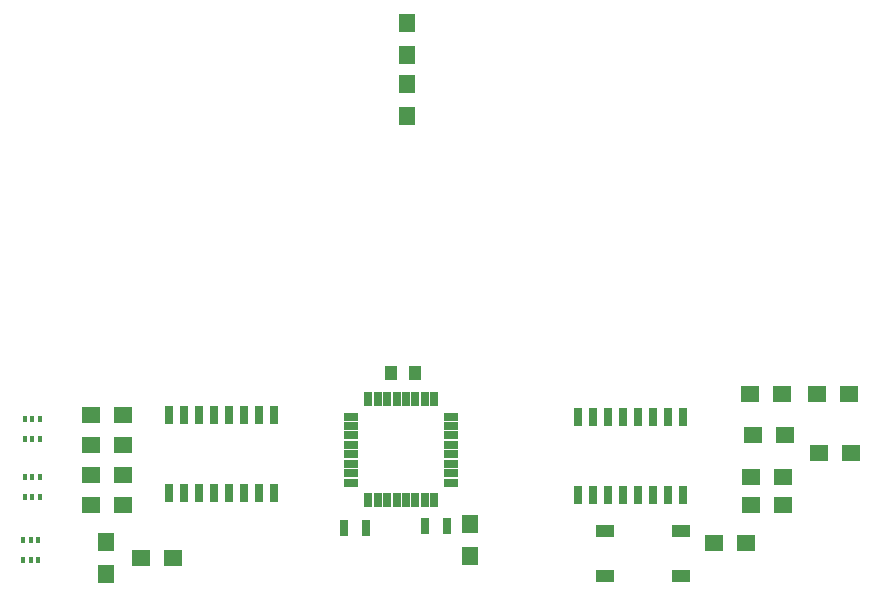
<source format=gtp>
G04 #@! TF.FileFunction,Paste,Top*
%FSLAX46Y46*%
G04 Gerber Fmt 4.6, Leading zero omitted, Abs format (unit mm)*
G04 Created by KiCad (PCBNEW 4.0.0-2.201512072331+6194~38~ubuntu14.04.1-stable) date Sun 31 Jul 2016 10:30:43 AM CEST*
%MOMM*%
G01*
G04 APERTURE LIST*
%ADD10C,0.100000*%
%ADD11R,0.350800X0.575800*%
%ADD12R,1.350800X1.550800*%
%ADD13R,1.550800X1.350800*%
%ADD14R,0.650800X1.650800*%
%ADD15R,0.650800X1.550800*%
%ADD16R,0.650800X1.250800*%
%ADD17R,1.250800X0.650800*%
%ADD18R,0.750800X1.350800*%
%ADD19R,1.050800X1.300800*%
%ADD20R,1.650800X1.050800*%
G04 APERTURE END LIST*
D10*
D11*
X127000000Y-84125500D03*
X127000000Y-85800500D03*
X127650000Y-85800500D03*
X126350000Y-85800500D03*
X126350000Y-84125500D03*
X127650000Y-84125500D03*
X127000000Y-89078500D03*
X127000000Y-90753500D03*
X127650000Y-90753500D03*
X126350000Y-90753500D03*
X126350000Y-89078500D03*
X127650000Y-89078500D03*
X126873000Y-94412500D03*
X126873000Y-96087500D03*
X127523000Y-96087500D03*
X126223000Y-96087500D03*
X126223000Y-94412500D03*
X127523000Y-94412500D03*
D12*
X164084000Y-95711000D03*
X164084000Y-93011000D03*
X158750000Y-58500000D03*
X158750000Y-55800000D03*
X158750000Y-53293000D03*
X158750000Y-50593000D03*
D13*
X132000000Y-83820000D03*
X134700000Y-83820000D03*
X132000000Y-86360000D03*
X134700000Y-86360000D03*
X132000000Y-88900000D03*
X134700000Y-88900000D03*
X132000000Y-91440000D03*
X134700000Y-91440000D03*
X136191000Y-95885000D03*
X138891000Y-95885000D03*
D12*
X133223000Y-97235000D03*
X133223000Y-94535000D03*
D13*
X190707000Y-85471000D03*
X188007000Y-85471000D03*
X196295000Y-86995000D03*
X193595000Y-86995000D03*
X190580000Y-89027000D03*
X187880000Y-89027000D03*
X190580000Y-91440000D03*
X187880000Y-91440000D03*
X187405000Y-94615000D03*
X184705000Y-94615000D03*
X190453000Y-82042000D03*
X187753000Y-82042000D03*
X196168000Y-82042000D03*
X193468000Y-82042000D03*
D14*
X147447000Y-83822000D03*
X146177000Y-83822000D03*
X144907000Y-83822000D03*
X143637000Y-83822000D03*
X142367000Y-83820000D03*
D15*
X141097000Y-83822000D03*
D14*
X139827000Y-83822000D03*
X138557000Y-83822000D03*
X138557000Y-90422000D03*
X139827000Y-90422000D03*
X141097000Y-90422000D03*
X142367000Y-90422000D03*
X143637000Y-90422000D03*
X144907000Y-90422000D03*
X146177000Y-90422000D03*
X147447000Y-90422000D03*
X173228000Y-90549000D03*
X174498000Y-90549000D03*
X175768000Y-90549000D03*
X177038000Y-90549000D03*
X178308000Y-90551000D03*
D15*
X179578000Y-90549000D03*
D14*
X180848000Y-90549000D03*
X182118000Y-90549000D03*
X182118000Y-83949000D03*
X180848000Y-83949000D03*
X179578000Y-83949000D03*
X178308000Y-83949000D03*
X177038000Y-83949000D03*
X175768000Y-83949000D03*
X174498000Y-83949000D03*
X173228000Y-83949000D03*
D16*
X161042000Y-82491000D03*
X160242000Y-82491000D03*
X159442000Y-82491000D03*
X158642000Y-82491000D03*
X157842000Y-82491000D03*
X157042000Y-82491000D03*
X156242000Y-82491000D03*
X155442000Y-82491000D03*
D17*
X153992000Y-83941000D03*
X153992000Y-84741000D03*
X153992000Y-85541000D03*
X153992000Y-86341000D03*
X153992000Y-87141000D03*
X153992000Y-87941000D03*
X153992000Y-88741000D03*
X153992000Y-89541000D03*
D16*
X155442000Y-90991000D03*
X156242000Y-90991000D03*
X157042000Y-90991000D03*
X157842000Y-90991000D03*
X158642000Y-90991000D03*
X159442000Y-90991000D03*
X160242000Y-90991000D03*
X161042000Y-90991000D03*
D17*
X162492000Y-89541000D03*
X162492000Y-88741000D03*
X162492000Y-87941000D03*
X162492000Y-87141000D03*
X162492000Y-86341000D03*
X162492000Y-85541000D03*
X162492000Y-84741000D03*
X162492000Y-83941000D03*
D18*
X153355000Y-93345000D03*
X155255000Y-93345000D03*
D19*
X157369000Y-80264000D03*
X159369000Y-80264000D03*
D20*
X175489000Y-93604000D03*
X181889000Y-93604000D03*
X175489000Y-97404000D03*
X181889000Y-97404000D03*
D18*
X160213000Y-93218000D03*
X162113000Y-93218000D03*
M02*

</source>
